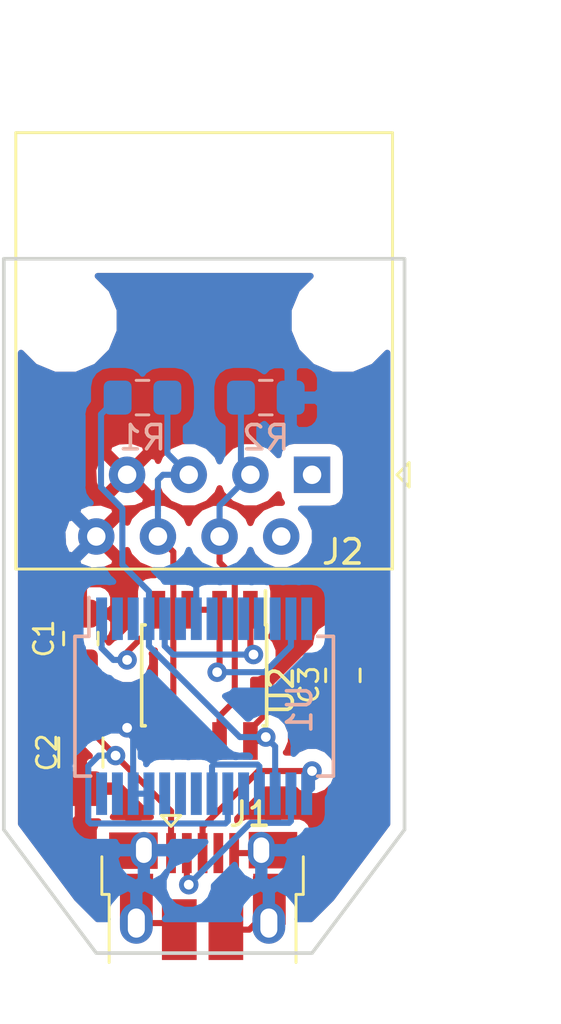
<source format=kicad_pcb>
(kicad_pcb (version 20171130) (host pcbnew 5.0.1)

  (general
    (thickness 1)
    (drawings 8)
    (tracks 107)
    (zones 0)
    (modules 9)
    (nets 11)
  )

  (page A4)
  (layers
    (0 F.Cu signal)
    (31 B.Cu signal)
    (32 B.Adhes user)
    (33 F.Adhes user)
    (34 B.Paste user)
    (35 F.Paste user)
    (36 B.SilkS user)
    (37 F.SilkS user)
    (38 B.Mask user)
    (39 F.Mask user)
    (40 Dwgs.User user)
    (41 Cmts.User user)
    (42 Eco1.User user)
    (43 Eco2.User user)
    (44 Edge.Cuts user)
    (45 Margin user)
    (46 B.CrtYd user)
    (47 F.CrtYd user)
    (48 B.Fab user)
    (49 F.Fab user)
  )

  (setup
    (last_trace_width 0.25)
    (trace_clearance 0.2)
    (zone_clearance 0.508)
    (zone_45_only no)
    (trace_min 0.2)
    (segment_width 0.2)
    (edge_width 0.15)
    (via_size 0.8)
    (via_drill 0.4)
    (via_min_size 0.4)
    (via_min_drill 0.3)
    (uvia_size 0.3)
    (uvia_drill 0.1)
    (uvias_allowed no)
    (uvia_min_size 0.2)
    (uvia_min_drill 0.1)
    (pcb_text_width 0.3)
    (pcb_text_size 1.5 1.5)
    (mod_edge_width 0.15)
    (mod_text_size 1 1)
    (mod_text_width 0.15)
    (pad_size 1.75 0.45)
    (pad_drill 0)
    (pad_to_mask_clearance 0.2)
    (solder_mask_min_width 0.25)
    (aux_axis_origin 0 0)
    (visible_elements FFFFFF7F)
    (pcbplotparams
      (layerselection 0x010f0_ffffffff)
      (usegerberextensions true)
      (usegerberattributes false)
      (usegerberadvancedattributes false)
      (creategerberjobfile false)
      (excludeedgelayer true)
      (linewidth 0.100000)
      (plotframeref false)
      (viasonmask false)
      (mode 1)
      (useauxorigin false)
      (hpglpennumber 1)
      (hpglpenspeed 20)
      (hpglpendiameter 15.000000)
      (psnegative false)
      (psa4output false)
      (plotreference true)
      (plotvalue false)
      (plotinvisibletext false)
      (padsonsilk false)
      (subtractmaskfromsilk true)
      (outputformat 1)
      (mirror false)
      (drillshape 0)
      (scaleselection 1)
      (outputdirectory ""))
  )

  (net 0 "")
  (net 1 GND)
  (net 2 /3v3)
  (net 3 /VBUS)
  (net 4 /TXD)
  (net 5 /RXD)
  (net 6 /USBDM)
  (net 7 /USBDP)
  (net 8 /B)
  (net 9 /A)
  (net 10 /DE)

  (net_class Default "これはデフォルトのネット クラスです。"
    (clearance 0.2)
    (trace_width 0.25)
    (via_dia 0.8)
    (via_drill 0.4)
    (uvia_dia 0.3)
    (uvia_drill 0.1)
    (add_net /3v3)
    (add_net /A)
    (add_net /B)
    (add_net /DE)
    (add_net /RXD)
    (add_net /TXD)
    (add_net /USBDM)
    (add_net /USBDP)
    (add_net /VBUS)
    (add_net GND)
  )

  (module Capacitor_SMD:C_0805_2012Metric_Pad1.15x1.40mm_HandSolder (layer F.Cu) (tedit 5BA6338D) (tstamp 5BA72743)
    (at 145.415 97.545 90)
    (descr "Capacitor SMD 0805 (2012 Metric), square (rectangular) end terminal, IPC_7351 nominal with elongated pad for handsoldering. (Body size source: https://docs.google.com/spreadsheets/d/1BsfQQcO9C6DZCsRaXUlFlo91Tg2WpOkGARC1WS5S8t0/edit?usp=sharing), generated with kicad-footprint-generator")
    (tags "capacitor handsolder")
    (path /5BA5A511)
    (attr smd)
    (fp_text reference C1 (at 0 -1.524 90) (layer F.SilkS)
      (effects (font (size 0.8 0.8) (thickness 0.12)))
    )
    (fp_text value 0.1uF (at 0 1.65 90) (layer F.Fab)
      (effects (font (size 1 1) (thickness 0.15)))
    )
    (fp_line (start -1 0.6) (end -1 -0.6) (layer F.Fab) (width 0.1))
    (fp_line (start -1 -0.6) (end 1 -0.6) (layer F.Fab) (width 0.1))
    (fp_line (start 1 -0.6) (end 1 0.6) (layer F.Fab) (width 0.1))
    (fp_line (start 1 0.6) (end -1 0.6) (layer F.Fab) (width 0.1))
    (fp_line (start -0.261252 -0.71) (end 0.261252 -0.71) (layer F.SilkS) (width 0.12))
    (fp_line (start -0.261252 0.71) (end 0.261252 0.71) (layer F.SilkS) (width 0.12))
    (fp_line (start -1.85 0.95) (end -1.85 -0.95) (layer F.CrtYd) (width 0.05))
    (fp_line (start -1.85 -0.95) (end 1.85 -0.95) (layer F.CrtYd) (width 0.05))
    (fp_line (start 1.85 -0.95) (end 1.85 0.95) (layer F.CrtYd) (width 0.05))
    (fp_line (start 1.85 0.95) (end -1.85 0.95) (layer F.CrtYd) (width 0.05))
    (fp_text user %R (at 0 0 90) (layer F.Fab)
      (effects (font (size 0.5 0.5) (thickness 0.08)))
    )
    (pad 1 smd roundrect (at -1.025 0 90) (size 1.15 1.4) (layers F.Cu F.Paste F.Mask) (roundrect_rratio 0.217391)
      (net 3 /VBUS))
    (pad 2 smd roundrect (at 1.025 0 90) (size 1.15 1.4) (layers F.Cu F.Paste F.Mask) (roundrect_rratio 0.217391)
      (net 1 GND))
    (model ${KISYS3DMOD}/Capacitor_SMD.3dshapes/C_0805_2012Metric.wrl
      (at (xyz 0 0 0))
      (scale (xyz 1 1 1))
      (rotate (xyz 0 0 0))
    )
  )

  (module Capacitor_SMD:C_1206_3216Metric_Pad1.42x1.75mm_HandSolder (layer F.Cu) (tedit 5BA63367) (tstamp 5BA72754)
    (at 145.415 102.235 270)
    (descr "Capacitor SMD 1206 (3216 Metric), square (rectangular) end terminal, IPC_7351 nominal with elongated pad for handsoldering. (Body size source: http://www.tortai-tech.com/upload/download/2011102023233369053.pdf), generated with kicad-footprint-generator")
    (tags "capacitor handsolder")
    (path /5BA5A5A4)
    (attr smd)
    (fp_text reference C2 (at 0 1.397 270) (layer F.SilkS)
      (effects (font (size 0.8 0.8) (thickness 0.12)))
    )
    (fp_text value 10uF (at 0 1.82 270) (layer F.Fab)
      (effects (font (size 1 1) (thickness 0.15)))
    )
    (fp_line (start -1.6 0.8) (end -1.6 -0.8) (layer F.Fab) (width 0.1))
    (fp_line (start -1.6 -0.8) (end 1.6 -0.8) (layer F.Fab) (width 0.1))
    (fp_line (start 1.6 -0.8) (end 1.6 0.8) (layer F.Fab) (width 0.1))
    (fp_line (start 1.6 0.8) (end -1.6 0.8) (layer F.Fab) (width 0.1))
    (fp_line (start -0.602064 -0.91) (end 0.602064 -0.91) (layer F.SilkS) (width 0.12))
    (fp_line (start -0.602064 0.91) (end 0.602064 0.91) (layer F.SilkS) (width 0.12))
    (fp_line (start -2.45 1.12) (end -2.45 -1.12) (layer F.CrtYd) (width 0.05))
    (fp_line (start -2.45 -1.12) (end 2.45 -1.12) (layer F.CrtYd) (width 0.05))
    (fp_line (start 2.45 -1.12) (end 2.45 1.12) (layer F.CrtYd) (width 0.05))
    (fp_line (start 2.45 1.12) (end -2.45 1.12) (layer F.CrtYd) (width 0.05))
    (fp_text user %R (at 0 0 270) (layer F.Fab)
      (effects (font (size 0.8 0.8) (thickness 0.12)))
    )
    (pad 1 smd roundrect (at -1.4875 0 270) (size 1.425 1.75) (layers F.Cu F.Paste F.Mask) (roundrect_rratio 0.175439)
      (net 3 /VBUS))
    (pad 2 smd roundrect (at 1.4875 0 270) (size 1.425 1.75) (layers F.Cu F.Paste F.Mask) (roundrect_rratio 0.175439)
      (net 1 GND))
    (model ${KISYS3DMOD}/Capacitor_SMD.3dshapes/C_1206_3216Metric.wrl
      (at (xyz 0 0 0))
      (scale (xyz 1 1 1))
      (rotate (xyz 0 0 0))
    )
  )

  (module Package_SO:SSOP-28_5.3x10.2mm_P0.65mm (layer B.Cu) (tedit 5BA63278) (tstamp 5BA727E9)
    (at 150.495 100.33 270)
    (descr "28-Lead Plastic Shrink Small Outline (SS)-5.30 mm Body [SSOP] (see Microchip Packaging Specification 00000049BS.pdf)")
    (tags "SSOP 0.65")
    (path /5BA5EC2D)
    (attr smd)
    (fp_text reference U1 (at 0.127 -3.937 270) (layer B.SilkS)
      (effects (font (size 1 1) (thickness 0.15)) (justify mirror))
    )
    (fp_text value FT232RL (at 0 -6.25 270) (layer B.Fab)
      (effects (font (size 1 1) (thickness 0.15)) (justify mirror))
    )
    (fp_line (start -1.65 5.1) (end 2.65 5.1) (layer B.Fab) (width 0.15))
    (fp_line (start 2.65 5.1) (end 2.65 -5.1) (layer B.Fab) (width 0.15))
    (fp_line (start 2.65 -5.1) (end -2.65 -5.1) (layer B.Fab) (width 0.15))
    (fp_line (start -2.65 -5.1) (end -2.65 4.1) (layer B.Fab) (width 0.15))
    (fp_line (start -2.65 4.1) (end -1.65 5.1) (layer B.Fab) (width 0.15))
    (fp_line (start -4.75 5.5) (end -4.75 -5.5) (layer B.CrtYd) (width 0.05))
    (fp_line (start 4.75 5.5) (end 4.75 -5.5) (layer B.CrtYd) (width 0.05))
    (fp_line (start -4.75 5.5) (end 4.75 5.5) (layer B.CrtYd) (width 0.05))
    (fp_line (start -4.75 -5.5) (end 4.75 -5.5) (layer B.CrtYd) (width 0.05))
    (fp_line (start -2.875 5.325) (end -2.875 4.75) (layer B.SilkS) (width 0.15))
    (fp_line (start 2.875 5.325) (end 2.875 4.675) (layer B.SilkS) (width 0.15))
    (fp_line (start 2.875 -5.325) (end 2.875 -4.675) (layer B.SilkS) (width 0.15))
    (fp_line (start -2.875 -5.325) (end -2.875 -4.675) (layer B.SilkS) (width 0.15))
    (fp_line (start -2.875 5.325) (end 2.875 5.325) (layer B.SilkS) (width 0.15))
    (fp_line (start -2.875 -5.325) (end 2.875 -5.325) (layer B.SilkS) (width 0.15))
    (fp_line (start -2.875 4.75) (end -4.475 4.75) (layer B.SilkS) (width 0.15))
    (fp_text user %R (at 0 0 270) (layer B.Fab)
      (effects (font (size 0.8 0.8) (thickness 0.15)) (justify mirror))
    )
    (pad 1 smd rect (at -3.6 4.225 270) (size 1.75 0.45) (layers B.Cu B.Paste B.Mask)
      (net 4 /TXD))
    (pad 2 smd rect (at -3.6 3.575 270) (size 1.75 0.45) (layers B.Cu B.Paste B.Mask))
    (pad 3 smd rect (at -3.6 2.925 270) (size 1.75 0.45) (layers B.Cu B.Paste B.Mask))
    (pad 4 smd rect (at -3.6 2.275 270) (size 1.75 0.45) (layers B.Cu B.Paste B.Mask)
      (net 2 /3v3))
    (pad 5 smd rect (at -3.6 1.625 270) (size 1.75 0.45) (layers B.Cu B.Paste B.Mask)
      (net 5 /RXD))
    (pad 6 smd rect (at -3.6 0.975 270) (size 1.75 0.45) (layers B.Cu B.Paste B.Mask))
    (pad 7 smd rect (at -3.6 0.325 270) (size 1.75 0.45) (layers B.Cu B.Paste B.Mask)
      (net 1 GND))
    (pad 8 smd rect (at -3.6 -0.325 270) (size 1.75 0.45) (layers B.Cu B.Paste B.Mask))
    (pad 9 smd rect (at -3.6 -0.975 270) (size 1.75 0.45) (layers B.Cu B.Paste B.Mask))
    (pad 10 smd rect (at -3.6 -1.625 270) (size 1.75 0.45) (layers B.Cu B.Paste B.Mask))
    (pad 11 smd rect (at -3.6 -2.275 270) (size 1.75 0.45) (layers B.Cu B.Paste B.Mask))
    (pad 12 smd rect (at -3.6 -2.925 270) (size 1.75 0.45) (layers B.Cu B.Paste B.Mask))
    (pad 13 smd rect (at -3.6 -3.575 270) (size 1.75 0.45) (layers B.Cu B.Paste B.Mask)
      (net 10 /DE))
    (pad 14 smd rect (at -3.6 -4.225 270) (size 1.75 0.45) (layers B.Cu B.Paste B.Mask))
    (pad 15 smd rect (at 3.6 -4.225 270) (size 1.75 0.45) (layers B.Cu B.Paste B.Mask)
      (net 7 /USBDP))
    (pad 16 smd rect (at 3.6 -3.575 270) (size 1.75 0.45) (layers B.Cu B.Paste B.Mask)
      (net 6 /USBDM))
    (pad 17 smd rect (at 3.6 -2.925 270) (size 1.75 0.45) (layers B.Cu B.Paste B.Mask)
      (net 2 /3v3))
    (pad 18 smd rect (at 3.6 -2.275 270) (size 1.75 0.45) (layers B.Cu B.Paste B.Mask)
      (net 1 GND))
    (pad 19 smd rect (at 3.6 -1.625 270) (size 1.75 0.45) (layers B.Cu B.Paste B.Mask))
    (pad 20 smd rect (at 3.6 -0.975 270) (size 1.75 0.45) (layers B.Cu B.Paste B.Mask)
      (net 3 /VBUS))
    (pad 21 smd rect (at 3.6 -0.325 270) (size 1.75 0.45) (layers B.Cu B.Paste B.Mask)
      (net 1 GND))
    (pad 22 smd rect (at 3.6 0.325 270) (size 1.75 0.45) (layers B.Cu B.Paste B.Mask))
    (pad 23 smd rect (at 3.6 0.975 270) (size 1.75 0.45) (layers B.Cu B.Paste B.Mask))
    (pad 24 smd rect (at 3.6 1.625 270) (size 1.75 0.45) (layers B.Cu B.Paste B.Mask))
    (pad 25 smd rect (at 3.6 2.275 270) (size 1.75 0.45) (layers B.Cu B.Paste B.Mask)
      (net 1 GND))
    (pad 26 smd rect (at 3.6 2.925 270) (size 1.75 0.45) (layers B.Cu B.Paste B.Mask)
      (net 1 GND) (zone_connect 2))
    (pad 27 smd rect (at 3.6 3.575 270) (size 1.75 0.45) (layers B.Cu B.Paste B.Mask))
    (pad 28 smd rect (at 3.6 4.225 270) (size 1.75 0.45) (layers B.Cu B.Paste B.Mask))
    (model ${KISYS3DMOD}/Package_SO.3dshapes/SSOP-28_5.3x10.2mm_P0.65mm.wrl
      (at (xyz 0 0 0))
      (scale (xyz 1 1 1))
      (rotate (xyz 0 0 0))
    )
  )

  (module Capacitor_SMD:C_0805_2012Metric_Pad1.15x1.40mm_HandSolder (layer F.Cu) (tedit 5BA6337B) (tstamp 5BA7368B)
    (at 156.21 99.06 270)
    (descr "Capacitor SMD 0805 (2012 Metric), square (rectangular) end terminal, IPC_7351 nominal with elongated pad for handsoldering. (Body size source: https://docs.google.com/spreadsheets/d/1BsfQQcO9C6DZCsRaXUlFlo91Tg2WpOkGARC1WS5S8t0/edit?usp=sharing), generated with kicad-footprint-generator")
    (tags "capacitor handsolder")
    (path /5BA5F7DD)
    (attr smd)
    (fp_text reference C3 (at 0.39 1.397 270) (layer F.SilkS)
      (effects (font (size 0.8 0.8) (thickness 0.12)))
    )
    (fp_text value 0.1uF (at 0 1.65 270) (layer F.Fab)
      (effects (font (size 1 1) (thickness 0.15)))
    )
    (fp_line (start -1 0.6) (end -1 -0.6) (layer F.Fab) (width 0.1))
    (fp_line (start -1 -0.6) (end 1 -0.6) (layer F.Fab) (width 0.1))
    (fp_line (start 1 -0.6) (end 1 0.6) (layer F.Fab) (width 0.1))
    (fp_line (start 1 0.6) (end -1 0.6) (layer F.Fab) (width 0.1))
    (fp_line (start -0.261252 -0.71) (end 0.261252 -0.71) (layer F.SilkS) (width 0.12))
    (fp_line (start -0.261252 0.71) (end 0.261252 0.71) (layer F.SilkS) (width 0.12))
    (fp_line (start -1.85 0.95) (end -1.85 -0.95) (layer F.CrtYd) (width 0.05))
    (fp_line (start -1.85 -0.95) (end 1.85 -0.95) (layer F.CrtYd) (width 0.05))
    (fp_line (start 1.85 -0.95) (end 1.85 0.95) (layer F.CrtYd) (width 0.05))
    (fp_line (start 1.85 0.95) (end -1.85 0.95) (layer F.CrtYd) (width 0.05))
    (fp_text user %R (at 0 0 270) (layer F.Fab)
      (effects (font (size 0.5 0.5) (thickness 0.08)))
    )
    (pad 1 smd roundrect (at -1.025 0 270) (size 1.15 1.4) (layers F.Cu F.Paste F.Mask) (roundrect_rratio 0.217391)
      (net 2 /3v3))
    (pad 2 smd roundrect (at 1.025 0 270) (size 1.15 1.4) (layers F.Cu F.Paste F.Mask) (roundrect_rratio 0.217391)
      (net 1 GND))
    (model ${KISYS3DMOD}/Capacitor_SMD.3dshapes/C_0805_2012Metric.wrl
      (at (xyz 0 0 0))
      (scale (xyz 1 1 1))
      (rotate (xyz 0 0 0))
    )
  )

  (module Connector_RJ:RJ45_Amphenol_54602-x08_Horizontal (layer F.Cu) (tedit 5B103613) (tstamp 5C30C05E)
    (at 154.94 90.805 180)
    (descr "8 Pol Shallow Latch Connector, Modjack, RJ45 (https://cdn.amphenol-icc.com/media/wysiwyg/files/drawing/c-bmj-0102.pdf)")
    (tags RJ45)
    (path /5C2EBD98)
    (fp_text reference J2 (at -1.27 -3.175 180) (layer F.SilkS)
      (effects (font (size 1 1) (thickness 0.15)))
    )
    (fp_text value RJ45 (at 4.445 4 180) (layer F.Fab)
      (effects (font (size 1 1) (thickness 0.15)))
    )
    (fp_text user %R (at 4.445 2 180) (layer F.Fab)
      (effects (font (size 1 1) (thickness 0.15)))
    )
    (fp_line (start -4 0.5) (end -3.5 0) (layer F.SilkS) (width 0.12))
    (fp_line (start -4 -0.5) (end -4 0.5) (layer F.SilkS) (width 0.12))
    (fp_line (start -3.5 0) (end -4 -0.5) (layer F.SilkS) (width 0.12))
    (fp_line (start -3.205 13.97) (end -3.205 -2.77) (layer F.Fab) (width 0.12))
    (fp_line (start 12.095 13.97) (end -3.205 13.97) (layer F.Fab) (width 0.12))
    (fp_line (start 12.095 -3.77) (end 12.095 13.97) (layer F.Fab) (width 0.12))
    (fp_line (start -2.205 -3.77) (end 12.095 -3.77) (layer F.Fab) (width 0.12))
    (fp_line (start -3.205 -2.77) (end -2.205 -3.77) (layer F.Fab) (width 0.12))
    (fp_line (start -3.315 14.08) (end 12.205 14.08) (layer F.SilkS) (width 0.12))
    (fp_line (start 12.205 -3.88) (end 12.205 14.08) (layer F.SilkS) (width 0.12))
    (fp_line (start 12.205 -3.88) (end -3.315 -3.88) (layer F.SilkS) (width 0.12))
    (fp_line (start -3.315 -3.88) (end -3.315 14.08) (layer F.SilkS) (width 0.12))
    (fp_line (start -3.71 -4.27) (end 12.6 -4.27) (layer F.CrtYd) (width 0.05))
    (fp_line (start -3.71 -4.27) (end -3.71 14.47) (layer F.CrtYd) (width 0.05))
    (fp_line (start 12.6 14.47) (end 12.6 -4.27) (layer F.CrtYd) (width 0.05))
    (fp_line (start 12.6 14.47) (end -3.71 14.47) (layer F.CrtYd) (width 0.05))
    (pad "" np_thru_hole circle (at 10.16 6.35 180) (size 3.2 3.2) (drill 3.2) (layers *.Cu *.Mask))
    (pad "" np_thru_hole circle (at -1.27 6.35 180) (size 3.2 3.2) (drill 3.2) (layers *.Cu *.Mask))
    (pad 1 thru_hole rect (at 0 0 180) (size 1.5 1.5) (drill 0.76) (layers *.Cu *.Mask))
    (pad 2 thru_hole circle (at 1.27 -2.54 180) (size 1.5 1.5) (drill 0.76) (layers *.Cu *.Mask))
    (pad 3 thru_hole circle (at 2.54 0 180) (size 1.5 1.5) (drill 0.76) (layers *.Cu *.Mask)
      (net 8 /B))
    (pad 4 thru_hole circle (at 3.81 -2.54 180) (size 1.5 1.5) (drill 0.76) (layers *.Cu *.Mask)
      (net 8 /B))
    (pad 5 thru_hole circle (at 5.08 0 180) (size 1.5 1.5) (drill 0.76) (layers *.Cu *.Mask)
      (net 9 /A))
    (pad 6 thru_hole circle (at 6.35 -2.54 180) (size 1.5 1.5) (drill 0.76) (layers *.Cu *.Mask)
      (net 9 /A))
    (pad 7 thru_hole circle (at 7.62 0 180) (size 1.5 1.5) (drill 0.76) (layers *.Cu *.Mask)
      (net 1 GND))
    (pad 8 thru_hole circle (at 8.89 -2.54 180) (size 1.5 1.5) (drill 0.76) (layers *.Cu *.Mask)
      (net 1 GND))
    (model ${KISYS3DMOD}/Connector_RJ.3dshapes/RJ45_Amphenol_54602-x08_Horizontal.wrl
      (at (xyz 0 0 0))
      (scale (xyz 1 1 1))
      (rotate (xyz 0 0 0))
    )
  )

  (module Resistor_SMD:R_0805_2012Metric_Pad1.15x1.40mm_HandSolder (layer B.Cu) (tedit 5B36C52B) (tstamp 5C30C07C)
    (at 147.955 87.63)
    (descr "Resistor SMD 0805 (2012 Metric), square (rectangular) end terminal, IPC_7351 nominal with elongated pad for handsoldering. (Body size source: https://docs.google.com/spreadsheets/d/1BsfQQcO9C6DZCsRaXUlFlo91Tg2WpOkGARC1WS5S8t0/edit?usp=sharing), generated with kicad-footprint-generator")
    (tags "resistor handsolder")
    (path /5C309C79)
    (attr smd)
    (fp_text reference R1 (at 0 1.65) (layer B.SilkS)
      (effects (font (size 1 1) (thickness 0.15)) (justify mirror))
    )
    (fp_text value 20K (at 0 -1.65) (layer B.Fab)
      (effects (font (size 1 1) (thickness 0.15)) (justify mirror))
    )
    (fp_line (start -1 -0.6) (end -1 0.6) (layer B.Fab) (width 0.1))
    (fp_line (start -1 0.6) (end 1 0.6) (layer B.Fab) (width 0.1))
    (fp_line (start 1 0.6) (end 1 -0.6) (layer B.Fab) (width 0.1))
    (fp_line (start 1 -0.6) (end -1 -0.6) (layer B.Fab) (width 0.1))
    (fp_line (start -0.261252 0.71) (end 0.261252 0.71) (layer B.SilkS) (width 0.12))
    (fp_line (start -0.261252 -0.71) (end 0.261252 -0.71) (layer B.SilkS) (width 0.12))
    (fp_line (start -1.85 -0.95) (end -1.85 0.95) (layer B.CrtYd) (width 0.05))
    (fp_line (start -1.85 0.95) (end 1.85 0.95) (layer B.CrtYd) (width 0.05))
    (fp_line (start 1.85 0.95) (end 1.85 -0.95) (layer B.CrtYd) (width 0.05))
    (fp_line (start 1.85 -0.95) (end -1.85 -0.95) (layer B.CrtYd) (width 0.05))
    (fp_text user %R (at 0 0) (layer B.Fab)
      (effects (font (size 0.5 0.5) (thickness 0.08)) (justify mirror))
    )
    (pad 1 smd roundrect (at -1.025 0) (size 1.15 1.4) (layers B.Cu B.Paste B.Mask) (roundrect_rratio 0.217391)
      (net 2 /3v3))
    (pad 2 smd roundrect (at 1.025 0) (size 1.15 1.4) (layers B.Cu B.Paste B.Mask) (roundrect_rratio 0.217391)
      (net 9 /A))
    (model ${KISYS3DMOD}/Resistor_SMD.3dshapes/R_0805_2012Metric.wrl
      (at (xyz 0 0 0))
      (scale (xyz 1 1 1))
      (rotate (xyz 0 0 0))
    )
  )

  (module Resistor_SMD:R_0805_2012Metric_Pad1.15x1.40mm_HandSolder (layer B.Cu) (tedit 5B36C52B) (tstamp 5C30C08C)
    (at 153.035 87.63)
    (descr "Resistor SMD 0805 (2012 Metric), square (rectangular) end terminal, IPC_7351 nominal with elongated pad for handsoldering. (Body size source: https://docs.google.com/spreadsheets/d/1BsfQQcO9C6DZCsRaXUlFlo91Tg2WpOkGARC1WS5S8t0/edit?usp=sharing), generated with kicad-footprint-generator")
    (tags "resistor handsolder")
    (path /5C30BD19)
    (attr smd)
    (fp_text reference R2 (at 0 1.65) (layer B.SilkS)
      (effects (font (size 1 1) (thickness 0.15)) (justify mirror))
    )
    (fp_text value 20K (at 0 -1.65) (layer B.Fab)
      (effects (font (size 1 1) (thickness 0.15)) (justify mirror))
    )
    (fp_text user %R (at 0 0) (layer B.Fab)
      (effects (font (size 0.5 0.5) (thickness 0.08)) (justify mirror))
    )
    (fp_line (start 1.85 -0.95) (end -1.85 -0.95) (layer B.CrtYd) (width 0.05))
    (fp_line (start 1.85 0.95) (end 1.85 -0.95) (layer B.CrtYd) (width 0.05))
    (fp_line (start -1.85 0.95) (end 1.85 0.95) (layer B.CrtYd) (width 0.05))
    (fp_line (start -1.85 -0.95) (end -1.85 0.95) (layer B.CrtYd) (width 0.05))
    (fp_line (start -0.261252 -0.71) (end 0.261252 -0.71) (layer B.SilkS) (width 0.12))
    (fp_line (start -0.261252 0.71) (end 0.261252 0.71) (layer B.SilkS) (width 0.12))
    (fp_line (start 1 -0.6) (end -1 -0.6) (layer B.Fab) (width 0.1))
    (fp_line (start 1 0.6) (end 1 -0.6) (layer B.Fab) (width 0.1))
    (fp_line (start -1 0.6) (end 1 0.6) (layer B.Fab) (width 0.1))
    (fp_line (start -1 -0.6) (end -1 0.6) (layer B.Fab) (width 0.1))
    (pad 2 smd roundrect (at 1.025 0) (size 1.15 1.4) (layers B.Cu B.Paste B.Mask) (roundrect_rratio 0.217391)
      (net 1 GND))
    (pad 1 smd roundrect (at -1.025 0) (size 1.15 1.4) (layers B.Cu B.Paste B.Mask) (roundrect_rratio 0.217391)
      (net 8 /B))
    (model ${KISYS3DMOD}/Resistor_SMD.3dshapes/R_0805_2012Metric.wrl
      (at (xyz 0 0 0))
      (scale (xyz 1 1 1))
      (rotate (xyz 0 0 0))
    )
  )

  (module Package_SO:SOIC-8_3.9x4.9mm_P1.27mm (layer F.Cu) (tedit 5A02F2D3) (tstamp 5C30C10D)
    (at 150.495 99.06 270)
    (descr "8-Lead Plastic Small Outline (SN) - Narrow, 3.90 mm Body [SOIC] (see Microchip Packaging Specification 00000049BS.pdf)")
    (tags "SOIC 1.27")
    (path /5C300CA3)
    (attr smd)
    (fp_text reference U2 (at 0.635 -3.175 270) (layer F.SilkS)
      (effects (font (size 1 1) (thickness 0.15)))
    )
    (fp_text value MAX3485 (at 0 3.5 270) (layer F.Fab)
      (effects (font (size 1 1) (thickness 0.15)))
    )
    (fp_text user %R (at 0 0 270) (layer F.Fab)
      (effects (font (size 1 1) (thickness 0.15)))
    )
    (fp_line (start -0.95 -2.45) (end 1.95 -2.45) (layer F.Fab) (width 0.1))
    (fp_line (start 1.95 -2.45) (end 1.95 2.45) (layer F.Fab) (width 0.1))
    (fp_line (start 1.95 2.45) (end -1.95 2.45) (layer F.Fab) (width 0.1))
    (fp_line (start -1.95 2.45) (end -1.95 -1.45) (layer F.Fab) (width 0.1))
    (fp_line (start -1.95 -1.45) (end -0.95 -2.45) (layer F.Fab) (width 0.1))
    (fp_line (start -3.73 -2.7) (end -3.73 2.7) (layer F.CrtYd) (width 0.05))
    (fp_line (start 3.73 -2.7) (end 3.73 2.7) (layer F.CrtYd) (width 0.05))
    (fp_line (start -3.73 -2.7) (end 3.73 -2.7) (layer F.CrtYd) (width 0.05))
    (fp_line (start -3.73 2.7) (end 3.73 2.7) (layer F.CrtYd) (width 0.05))
    (fp_line (start -2.075 -2.575) (end -2.075 -2.525) (layer F.SilkS) (width 0.15))
    (fp_line (start 2.075 -2.575) (end 2.075 -2.43) (layer F.SilkS) (width 0.15))
    (fp_line (start 2.075 2.575) (end 2.075 2.43) (layer F.SilkS) (width 0.15))
    (fp_line (start -2.075 2.575) (end -2.075 2.43) (layer F.SilkS) (width 0.15))
    (fp_line (start -2.075 -2.575) (end 2.075 -2.575) (layer F.SilkS) (width 0.15))
    (fp_line (start -2.075 2.575) (end 2.075 2.575) (layer F.SilkS) (width 0.15))
    (fp_line (start -2.075 -2.525) (end -3.475 -2.525) (layer F.SilkS) (width 0.15))
    (pad 1 smd rect (at -2.7 -1.905 270) (size 1.55 0.6) (layers F.Cu F.Paste F.Mask)
      (net 5 /RXD))
    (pad 2 smd rect (at -2.7 -0.635 270) (size 1.55 0.6) (layers F.Cu F.Paste F.Mask)
      (net 10 /DE))
    (pad 3 smd rect (at -2.7 0.635 270) (size 1.55 0.6) (layers F.Cu F.Paste F.Mask)
      (net 10 /DE))
    (pad 4 smd rect (at -2.7 1.905 270) (size 1.55 0.6) (layers F.Cu F.Paste F.Mask)
      (net 4 /TXD))
    (pad 5 smd rect (at 2.7 1.905 270) (size 1.55 0.6) (layers F.Cu F.Paste F.Mask)
      (net 1 GND))
    (pad 6 smd rect (at 2.7 0.635 270) (size 1.55 0.6) (layers F.Cu F.Paste F.Mask)
      (net 9 /A))
    (pad 7 smd rect (at 2.7 -0.635 270) (size 1.55 0.6) (layers F.Cu F.Paste F.Mask)
      (net 8 /B))
    (pad 8 smd rect (at 2.7 -1.905 270) (size 1.55 0.6) (layers F.Cu F.Paste F.Mask)
      (net 2 /3v3))
    (model ${KISYS3DMOD}/Package_SO.3dshapes/SOIC-8_3.9x4.9mm_P1.27mm.wrl
      (at (xyz 0 0 0))
      (scale (xyz 1 1 1))
      (rotate (xyz 0 0 0))
    )
  )

  (module Connector_USB:USB_Micro-B_Amphenol_10103594-0001LF_Horizontal (layer F.Cu) (tedit 5A1DC0BD) (tstamp 5C30C5ED)
    (at 150.455 108.14)
    (descr "Micro USB Type B 10103594-0001LF, http://cdn.amphenol-icc.com/media/wysiwyg/files/drawing/10103594.pdf")
    (tags "USB USB_B USB_micro USB_OTG")
    (path /5BA66B76)
    (attr smd)
    (fp_text reference J1 (at 1.925 -3.365) (layer F.SilkS)
      (effects (font (size 1 1) (thickness 0.15)))
    )
    (fp_text value USB_B_Micro (at -0.025 4.435) (layer F.Fab)
      (effects (font (size 1 1) (thickness 0.15)))
    )
    (fp_text user "PCB edge" (at -0.025 2.235) (layer Dwgs.User)
      (effects (font (size 0.5 0.5) (thickness 0.075)))
    )
    (fp_text user %R (at -0.025 -0.015) (layer F.Fab)
      (effects (font (size 1 1) (thickness 0.15)))
    )
    (fp_line (start -4.175 -0.065) (end -4.175 -1.615) (layer F.SilkS) (width 0.12))
    (fp_line (start -4.175 -0.065) (end -3.875 -0.065) (layer F.SilkS) (width 0.12))
    (fp_line (start -3.875 2.735) (end -3.875 -0.065) (layer F.SilkS) (width 0.12))
    (fp_line (start 4.125 -0.065) (end 4.125 -1.615) (layer F.SilkS) (width 0.12))
    (fp_line (start 3.825 -0.065) (end 4.125 -0.065) (layer F.SilkS) (width 0.12))
    (fp_line (start 3.825 2.735) (end 3.825 -0.065) (layer F.SilkS) (width 0.12))
    (fp_line (start -0.925 -3.315) (end -1.325 -2.865) (layer F.SilkS) (width 0.12))
    (fp_line (start -1.725 -3.315) (end -0.925 -3.315) (layer F.SilkS) (width 0.12))
    (fp_line (start -1.325 -2.865) (end -1.725 -3.315) (layer F.SilkS) (width 0.12))
    (fp_line (start -3.775 -0.865) (end -2.975 -1.615) (layer F.Fab) (width 0.12))
    (fp_line (start 3.725 3.335) (end -3.775 3.335) (layer F.Fab) (width 0.12))
    (fp_line (start 3.725 -1.615) (end 3.725 3.335) (layer F.Fab) (width 0.12))
    (fp_line (start -2.975 -1.615) (end 3.725 -1.615) (layer F.Fab) (width 0.12))
    (fp_line (start -3.775 3.335) (end -3.775 -0.865) (layer F.Fab) (width 0.12))
    (fp_line (start -4.025 2.835) (end 3.975 2.835) (layer Dwgs.User) (width 0.1))
    (fp_line (start -4.13 -2.88) (end 4.14 -2.88) (layer F.CrtYd) (width 0.05))
    (fp_line (start -4.13 -2.88) (end -4.13 3.58) (layer F.CrtYd) (width 0.05))
    (fp_line (start 4.14 3.58) (end 4.14 -2.88) (layer F.CrtYd) (width 0.05))
    (fp_line (start 4.14 3.58) (end -4.13 3.58) (layer F.CrtYd) (width 0.05))
    (pad 6 smd rect (at 2.725 0.185) (size 1.35 2) (layers F.Cu F.Paste F.Mask)
      (net 1 GND))
    (pad 6 smd rect (at -2.755 0.185) (size 1.35 2) (layers F.Cu F.Paste F.Mask)
      (net 1 GND))
    (pad 6 smd rect (at -2.975 -0.565) (size 1.825 0.7) (layers F.Cu F.Paste F.Mask)
      (net 1 GND))
    (pad 6 smd rect (at 2.975 -0.565) (size 1.825 0.7) (layers F.Cu F.Paste F.Mask)
      (net 1 GND))
    (pad 6 smd rect (at -2.875 -1.865) (size 2 1.5) (layers F.Cu F.Paste F.Mask)
      (net 1 GND))
    (pad 6 smd rect (at 2.875 -1.885) (size 2 1.5) (layers F.Cu F.Paste F.Mask)
      (net 1 GND))
    (pad 1 smd rect (at -1.325 -1.765 90) (size 1.65 0.4) (layers F.Cu F.Paste F.Mask)
      (net 3 /VBUS))
    (pad 2 smd rect (at -0.675 -1.765 90) (size 1.65 0.4) (layers F.Cu F.Paste F.Mask)
      (net 6 /USBDM))
    (pad 3 smd rect (at -0.025 -1.765 90) (size 1.65 0.4) (layers F.Cu F.Paste F.Mask)
      (net 7 /USBDP))
    (pad 4 smd rect (at 0.625 -1.765 90) (size 1.65 0.4) (layers F.Cu F.Paste F.Mask))
    (pad 5 smd rect (at 1.275 -1.765 90) (size 1.65 0.4) (layers F.Cu F.Paste F.Mask)
      (net 1 GND))
    (pad 6 thru_hole oval (at -2.445 -1.885 90) (size 1.5 1.1) (drill oval 1.05 0.65) (layers *.Cu *.Mask)
      (net 1 GND))
    (pad 6 thru_hole oval (at 2.395 -1.885 90) (size 1.5 1.1) (drill oval 1.05 0.65) (layers *.Cu *.Mask)
      (net 1 GND))
    (pad 6 thru_hole oval (at -2.755 1.115 90) (size 1.7 1.35) (drill oval 1.2 0.7) (layers *.Cu *.Mask)
      (net 1 GND))
    (pad 6 thru_hole oval (at 2.705 1.115 90) (size 1.7 1.35) (drill oval 1.2 0.7) (layers *.Cu *.Mask)
      (net 1 GND))
    (pad 6 smd rect (at -0.985 1.385 90) (size 2.5 1.43) (layers F.Cu F.Paste F.Mask)
      (net 1 GND))
    (pad 6 smd rect (at 0.935 1.385 90) (size 2.5 1.43) (layers F.Cu F.Paste F.Mask)
      (net 1 GND))
    (model ${KISYS3DMOD}/Connector_USB.3dshapes/USB_Micro-B_Amphenol_10103594-0001LF_Horizontal.wrl
      (at (xyz 0 0 0))
      (scale (xyz 1 1 1))
      (rotate (xyz 0 0 0))
    )
  )

  (gr_line (start 142.24 105.41) (end 146.05 110.49) (layer Edge.Cuts) (width 0.15))
  (gr_line (start 158.75 105.41) (end 154.94 110.49) (layer Edge.Cuts) (width 0.15))
  (dimension 28.575 (width 0.3) (layer Cmts.User)
    (gr_text "28.575 mm" (at 163.263 96.2025 270) (layer Cmts.User) (tstamp 5C313FCF)
      (effects (font (size 1.5 1.5) (thickness 0.3)))
    )
    (feature1 (pts (xy 160.02 110.49) (xy 161.749421 110.49)))
    (feature2 (pts (xy 160.02 81.915) (xy 161.749421 81.915)))
    (crossbar (pts (xy 161.163 81.915) (xy 161.163 110.49)))
    (arrow1a (pts (xy 161.163 110.49) (xy 160.576579 109.363496)))
    (arrow1b (pts (xy 161.163 110.49) (xy 161.749421 109.363496)))
    (arrow2a (pts (xy 161.163 81.915) (xy 160.576579 83.041504)))
    (arrow2b (pts (xy 161.163 81.915) (xy 161.749421 83.041504)))
  )
  (dimension 16.51 (width 0.3) (layer Cmts.User)
    (gr_text "16.510 mm" (at 150.488218 72.369829) (layer Cmts.User)
      (effects (font (size 1.5 1.5) (thickness 0.3)))
    )
    (feature1 (pts (xy 158.743218 75.739829) (xy 158.743218 73.883408)))
    (feature2 (pts (xy 142.233218 75.739829) (xy 142.233218 73.883408)))
    (crossbar (pts (xy 142.233218 74.469829) (xy 158.743218 74.469829)))
    (arrow1a (pts (xy 158.743218 74.469829) (xy 157.616714 75.05625)))
    (arrow1b (pts (xy 158.743218 74.469829) (xy 157.616714 73.883408)))
    (arrow2a (pts (xy 142.233218 74.469829) (xy 143.359722 75.05625)))
    (arrow2b (pts (xy 142.233218 74.469829) (xy 143.359722 73.883408)))
  )
  (gr_line (start 142.24 105.41) (end 142.24 81.915) (layer Edge.Cuts) (width 0.15))
  (gr_line (start 154.94 110.49) (end 146.05 110.49) (layer Edge.Cuts) (width 0.15))
  (gr_line (start 158.75 81.915) (end 158.75 105.41) (layer Edge.Cuts) (width 0.15))
  (gr_line (start 142.24 81.915) (end 158.75 81.915) (layer Edge.Cuts) (width 0.15))

  (segment (start 150.17 94.925) (end 149.987 94.742) (width 0.25) (layer B.Cu) (net 1))
  (segment (start 150.17 96.73) (end 150.17 94.925) (width 0.25) (layer B.Cu) (net 1))
  (via (at 147.32 101.219) (size 0.8) (drill 0.4) (layers F.Cu B.Cu) (net 1))
  (segment (start 148.22 103.93) (end 147.57 103.93) (width 0.25) (layer B.Cu) (net 1))
  (segment (start 147.57 101.469) (end 147.32 101.219) (width 0.25) (layer B.Cu) (net 1))
  (segment (start 147.57 103.93) (end 147.57 101.469) (width 0.25) (layer B.Cu) (net 1))
  (segment (start 150.82 102.805) (end 150.82 103.93) (width 0.25) (layer B.Cu) (net 1))
  (segment (start 150.895001 102.729999) (end 150.82 102.805) (width 0.25) (layer B.Cu) (net 1))
  (segment (start 152.694999 102.729999) (end 150.895001 102.729999) (width 0.25) (layer B.Cu) (net 1))
  (segment (start 152.77 102.805) (end 152.694999 102.729999) (width 0.25) (layer B.Cu) (net 1))
  (segment (start 152.77 103.93) (end 152.77 102.805) (width 0.25) (layer B.Cu) (net 1))
  (segment (start 148.049 101.219) (end 148.59 101.76) (width 0.25) (layer F.Cu) (net 1))
  (segment (start 147.32 101.219) (end 148.049 101.219) (width 0.25) (layer F.Cu) (net 1))
  (segment (start 149.2 109.255) (end 149.47 109.525) (width 0.25) (layer F.Cu) (net 1))
  (segment (start 147.7 109.255) (end 149.2 109.255) (width 0.25) (layer F.Cu) (net 1))
  (segment (start 152.355 109.525) (end 153.18 108.7) (width 0.25) (layer F.Cu) (net 1))
  (segment (start 153.18 108.7) (end 153.18 108.325) (width 0.25) (layer F.Cu) (net 1))
  (segment (start 151.39 109.525) (end 152.355 109.525) (width 0.25) (layer F.Cu) (net 1))
  (segment (start 152.73 106.375) (end 152.85 106.255) (width 0.25) (layer F.Cu) (net 1))
  (segment (start 151.73 106.375) (end 152.73 106.375) (width 0.25) (layer F.Cu) (net 1))
  (segment (start 152.4 101.285) (end 155.65 98.035) (width 0.25) (layer F.Cu) (net 2))
  (segment (start 155.65 98.035) (end 156.21 98.035) (width 0.25) (layer F.Cu) (net 2))
  (segment (start 152.4 101.76) (end 152.4 101.285) (width 0.25) (layer F.Cu) (net 2))
  (segment (start 148.22 97.855) (end 151.965 101.6) (width 0.25) (layer B.Cu) (net 2))
  (segment (start 153.42 101.985) (end 153.035 101.6) (width 0.25) (layer B.Cu) (net 2))
  (via (at 153.035 101.6) (size 0.8) (drill 0.4) (layers F.Cu B.Cu) (net 2))
  (segment (start 153.035 101.675) (end 153.035 101.6) (width 0.25) (layer F.Cu) (net 2))
  (segment (start 152.95 101.76) (end 153.035 101.675) (width 0.25) (layer F.Cu) (net 2))
  (segment (start 152.4 101.76) (end 152.95 101.76) (width 0.25) (layer F.Cu) (net 2))
  (segment (start 152.469315 101.6) (end 153.035 101.6) (width 0.25) (layer B.Cu) (net 2))
  (segment (start 148.22 96.73) (end 148.22 97.855) (width 0.25) (layer B.Cu) (net 2))
  (segment (start 153.42 103.93) (end 153.42 101.985) (width 0.25) (layer B.Cu) (net 2))
  (segment (start 151.965 101.6) (end 152.469315 101.6) (width 0.25) (layer B.Cu) (net 2))
  (segment (start 146.306628 88.253372) (end 146.93 87.63) (width 0.25) (layer B.Cu) (net 2))
  (segment (start 146.244999 88.315001) (end 146.306628 88.253372) (width 0.25) (layer B.Cu) (net 2))
  (segment (start 146.244999 91.321001) (end 146.244999 88.315001) (width 0.25) (layer B.Cu) (net 2))
  (segment (start 147.125001 92.201003) (end 146.244999 91.321001) (width 0.25) (layer B.Cu) (net 2))
  (segment (start 147.125001 94.510001) (end 147.125001 92.201003) (width 0.25) (layer B.Cu) (net 2))
  (segment (start 148.22 95.605) (end 147.125001 94.510001) (width 0.25) (layer B.Cu) (net 2))
  (segment (start 148.22 96.73) (end 148.22 95.605) (width 0.25) (layer B.Cu) (net 2))
  (segment (start 145.415 98.57) (end 145.415 100.7475) (width 0.25) (layer F.Cu) (net 3))
  (via (at 146.845 102.362) (size 0.8) (drill 0.4) (layers F.Cu B.Cu) (net 3))
  (segment (start 149.13 106.375) (end 149.13 104.647) (width 0.25) (layer F.Cu) (net 3))
  (segment (start 149.13 104.647) (end 146.845 102.362) (width 0.25) (layer F.Cu) (net 3))
  (segment (start 145.415 100.932) (end 146.845 102.362) (width 0.25) (layer F.Cu) (net 3))
  (segment (start 145.415 100.7475) (end 145.415 100.932) (width 0.25) (layer F.Cu) (net 3))
  (segment (start 145.719999 105.065001) (end 145.810998 105.156) (width 0.25) (layer B.Cu) (net 3))
  (segment (start 145.719999 102.794999) (end 145.719999 105.065001) (width 0.25) (layer B.Cu) (net 3))
  (segment (start 146.845 102.362) (end 146.152998 102.362) (width 0.25) (layer B.Cu) (net 3))
  (segment (start 146.152998 102.362) (end 145.719999 102.794999) (width 0.25) (layer B.Cu) (net 3))
  (segment (start 151.47 105.055) (end 151.47 103.93) (width 0.25) (layer B.Cu) (net 3))
  (segment (start 151.369 105.156) (end 151.47 105.055) (width 0.25) (layer B.Cu) (net 3))
  (segment (start 145.810998 105.156) (end 151.369 105.156) (width 0.25) (layer B.Cu) (net 3))
  (via (at 147.32 98.425) (size 0.8) (drill 0.4) (layers F.Cu B.Cu) (net 4))
  (segment (start 147.32 98.105) (end 147.32 98.425) (width 0.25) (layer F.Cu) (net 4))
  (segment (start 148.59 96.36) (end 148.59 96.835) (width 0.25) (layer F.Cu) (net 4))
  (segment (start 148.59 96.835) (end 147.32 98.105) (width 0.25) (layer F.Cu) (net 4))
  (segment (start 146.27 97.940685) (end 146.27 97.855) (width 0.25) (layer B.Cu) (net 4))
  (segment (start 146.754315 98.425) (end 146.27 97.940685) (width 0.25) (layer B.Cu) (net 4))
  (segment (start 146.27 97.855) (end 146.27 96.73) (width 0.25) (layer B.Cu) (net 4))
  (segment (start 147.32 98.425) (end 146.754315 98.425) (width 0.25) (layer B.Cu) (net 4))
  (via (at 152.527855 98.204757) (size 0.8) (drill 0.4) (layers F.Cu B.Cu) (net 5))
  (segment (start 152.4 96.36) (end 152.4 98.076902) (width 0.25) (layer F.Cu) (net 5))
  (segment (start 152.4 98.076902) (end 152.527855 98.204757) (width 0.25) (layer F.Cu) (net 5))
  (segment (start 148.87 97.855) (end 148.87 96.73) (width 0.25) (layer B.Cu) (net 5))
  (segment (start 149.219757 98.204757) (end 148.87 97.855) (width 0.25) (layer B.Cu) (net 5))
  (segment (start 152.527855 98.204757) (end 149.219757 98.204757) (width 0.25) (layer B.Cu) (net 5))
  (via (at 149.860062 107.674998) (size 0.8) (drill 0.4) (layers F.Cu B.Cu) (net 6))
  (segment (start 154.07 103.93) (end 154.07 105.055) (width 0.25) (layer B.Cu) (net 6))
  (segment (start 152.405059 105.130001) (end 150.260061 107.274999) (width 0.25) (layer B.Cu) (net 6))
  (segment (start 150.260061 107.274999) (end 149.860062 107.674998) (width 0.25) (layer B.Cu) (net 6))
  (segment (start 153.994999 105.130001) (end 152.405059 105.130001) (width 0.25) (layer B.Cu) (net 6))
  (segment (start 154.07 105.055) (end 153.994999 105.130001) (width 0.25) (layer B.Cu) (net 6))
  (segment (start 149.78 107.594936) (end 149.860062 107.674998) (width 0.25) (layer F.Cu) (net 6))
  (segment (start 149.78 106.375) (end 149.78 107.594936) (width 0.25) (layer F.Cu) (net 6))
  (via (at 154.94 102.997) (size 0.8) (drill 0.4) (layers F.Cu B.Cu) (net 7))
  (segment (start 152.733 102.997) (end 154.94 102.997) (width 0.25) (layer F.Cu) (net 7))
  (segment (start 150.43 106.375) (end 150.43 105.3) (width 0.25) (layer F.Cu) (net 7))
  (segment (start 150.43 105.3) (end 152.733 102.997) (width 0.25) (layer F.Cu) (net 7))
  (segment (start 154.94 103.71) (end 154.72 103.93) (width 0.25) (layer B.Cu) (net 7))
  (segment (start 154.94 102.997) (end 154.94 103.71) (width 0.25) (layer B.Cu) (net 7))
  (segment (start 152.01 90.415) (end 152.4 90.805) (width 0.25) (layer B.Cu) (net 8))
  (segment (start 152.01 87.63) (end 152.01 90.415) (width 0.25) (layer B.Cu) (net 8))
  (segment (start 151.13 92.075) (end 151.13 93.345) (width 0.25) (layer B.Cu) (net 8))
  (segment (start 152.4 90.805) (end 151.13 92.075) (width 0.25) (layer B.Cu) (net 8))
  (segment (start 151.13 94.40566) (end 151.13 93.345) (width 0.25) (layer F.Cu) (net 8))
  (segment (start 151.755001 95.030661) (end 151.13 94.40566) (width 0.25) (layer F.Cu) (net 8))
  (segment (start 151.755001 100.109999) (end 151.755001 95.030661) (width 0.25) (layer F.Cu) (net 8))
  (segment (start 151.13 100.735) (end 151.755001 100.109999) (width 0.25) (layer F.Cu) (net 8))
  (segment (start 151.13 101.76) (end 151.13 100.735) (width 0.25) (layer F.Cu) (net 8))
  (segment (start 148.98 89.925) (end 149.86 90.805) (width 0.25) (layer B.Cu) (net 9))
  (segment (start 148.98 87.63) (end 148.98 89.925) (width 0.25) (layer B.Cu) (net 9))
  (segment (start 148.59 92.28434) (end 148.59 93.345) (width 0.25) (layer B.Cu) (net 9))
  (segment (start 148.59 91.01434) (end 148.59 92.28434) (width 0.25) (layer B.Cu) (net 9))
  (segment (start 148.79934 90.805) (end 148.59 91.01434) (width 0.25) (layer B.Cu) (net 9))
  (segment (start 149.86 90.805) (end 148.79934 90.805) (width 0.25) (layer B.Cu) (net 9))
  (segment (start 149.86 100.735) (end 149.225 100.1) (width 0.25) (layer F.Cu) (net 9))
  (segment (start 149.86 101.76) (end 149.86 100.735) (width 0.25) (layer F.Cu) (net 9))
  (segment (start 149.225 100.1) (end 149.225 93.98) (width 0.25) (layer F.Cu) (net 9))
  (segment (start 149.225 93.98) (end 148.59 93.345) (width 0.25) (layer F.Cu) (net 9))
  (segment (start 149.86 96.36) (end 151.13 96.36) (width 0.25) (layer F.Cu) (net 10))
  (via (at 151.030001 98.929757) (size 0.8) (drill 0.4) (layers F.Cu B.Cu) (net 10))
  (segment (start 151.13 96.36) (end 151.13 98.829758) (width 0.25) (layer F.Cu) (net 10))
  (segment (start 151.13 98.829758) (end 151.030001 98.929757) (width 0.25) (layer F.Cu) (net 10))
  (segment (start 154.07 97.855) (end 154.07 96.73) (width 0.25) (layer B.Cu) (net 10))
  (segment (start 152.995243 98.929757) (end 154.07 97.855) (width 0.25) (layer B.Cu) (net 10))
  (segment (start 151.030001 98.929757) (end 152.995243 98.929757) (width 0.25) (layer B.Cu) (net 10))

  (zone (net 1) (net_name GND) (layer F.Cu) (tstamp 5C313D6E) (hatch edge 0.508)
    (connect_pads (clearance 0.508))
    (min_thickness 0.254)
    (fill yes (arc_segments 16) (thermal_gap 0.508) (thermal_bridge_width 0.508))
    (polygon
      (pts
        (xy 142.24 81.915) (xy 158.75 81.915) (xy 158.75 105.41) (xy 154.94 109.22) (xy 146.05 109.22)
        (xy 142.24 105.41)
      )
    )
    (filled_polygon
      (pts
        (xy 154.315259 83.188974) (xy 153.975 84.010431) (xy 153.975 84.899569) (xy 154.315259 85.721026) (xy 154.943974 86.349741)
        (xy 155.765431 86.69) (xy 156.654569 86.69) (xy 157.476026 86.349741) (xy 158.04 85.785767) (xy 158.040001 105.173332)
        (xy 155.738821 108.241573) (xy 154.887394 109.093) (xy 154.49 109.093) (xy 154.49 108.61075) (xy 154.43925 108.56)
        (xy 154.468809 108.56) (xy 154.702198 108.463327) (xy 154.880827 108.284699) (xy 154.9775 108.05131) (xy 154.9775 107.86075)
        (xy 154.81875 107.702) (xy 154.49 107.702) (xy 154.49 107.626045) (xy 154.689698 107.543327) (xy 154.785026 107.448)
        (xy 154.81875 107.448) (xy 154.9775 107.28925) (xy 154.9775 107.09869) (xy 154.965 107.068512) (xy 154.965 106.54075)
        (xy 154.80625 106.382) (xy 153.183 106.382) (xy 153.183 106.128) (xy 154.80625 106.128) (xy 154.965 105.96925)
        (xy 154.965 105.37869) (xy 154.868327 105.145301) (xy 154.689698 104.966673) (xy 154.456309 104.87) (xy 153.61575 104.87)
        (xy 153.457 105.02875) (xy 153.457 105.054957) (xy 153.198526 104.915994) (xy 153.159744 104.911197) (xy 153.115688 104.941438)
        (xy 153.04425 104.87) (xy 152.203691 104.87) (xy 152.075681 104.923024) (xy 152.05631 104.915) (xy 151.98875 104.915)
        (xy 151.857002 105.046748) (xy 151.857002 104.9478) (xy 153.047802 103.757) (xy 154.236289 103.757) (xy 154.35372 103.874431)
        (xy 154.734126 104.032) (xy 155.145874 104.032) (xy 155.52628 103.874431) (xy 155.817431 103.58328) (xy 155.975 103.202874)
        (xy 155.975 102.791126) (xy 155.817431 102.41072) (xy 155.52628 102.119569) (xy 155.145874 101.962) (xy 154.734126 101.962)
        (xy 154.35372 102.119569) (xy 154.236289 102.237) (xy 153.861711 102.237) (xy 153.912431 102.18628) (xy 154.07 101.805874)
        (xy 154.07 101.394126) (xy 153.912431 101.01372) (xy 153.829256 100.930545) (xy 154.389051 100.37075) (xy 154.875 100.37075)
        (xy 154.875 100.786309) (xy 154.971673 101.019698) (xy 155.150301 101.198327) (xy 155.38369 101.295) (xy 155.92425 101.295)
        (xy 156.083 101.13625) (xy 156.083 100.212) (xy 156.337 100.212) (xy 156.337 101.13625) (xy 156.49575 101.295)
        (xy 157.03631 101.295) (xy 157.269699 101.198327) (xy 157.448327 101.019698) (xy 157.545 100.786309) (xy 157.545 100.37075)
        (xy 157.38625 100.212) (xy 156.337 100.212) (xy 156.083 100.212) (xy 155.03375 100.212) (xy 154.875 100.37075)
        (xy 154.389051 100.37075) (xy 154.917776 99.842026) (xy 155.03375 99.958) (xy 156.083 99.958) (xy 156.083 99.938)
        (xy 156.337 99.938) (xy 156.337 99.958) (xy 157.38625 99.958) (xy 157.545 99.79925) (xy 157.545 99.383691)
        (xy 157.448327 99.150302) (xy 157.293403 98.995377) (xy 157.294586 98.994586) (xy 157.489127 98.703436) (xy 157.55744 98.360001)
        (xy 157.55744 97.709999) (xy 157.489127 97.366564) (xy 157.294586 97.075414) (xy 157.003436 96.880873) (xy 156.660001 96.81256)
        (xy 155.759999 96.81256) (xy 155.416564 96.880873) (xy 155.125414 97.075414) (xy 154.930873 97.366564) (xy 154.86256 97.709999)
        (xy 154.86256 97.747638) (xy 152.524963 100.085236) (xy 152.515001 100.035152) (xy 152.515001 99.239757) (xy 152.733729 99.239757)
        (xy 153.114135 99.082188) (xy 153.405286 98.791037) (xy 153.562855 98.410631) (xy 153.562855 97.998883) (xy 153.405286 97.618477)
        (xy 153.246654 97.459845) (xy 153.298157 97.382765) (xy 153.34744 97.135) (xy 153.34744 95.585) (xy 153.298157 95.337235)
        (xy 153.157809 95.127191) (xy 152.947765 94.986843) (xy 152.7 94.93756) (xy 152.511371 94.93756) (xy 152.470905 94.734124)
        (xy 152.30293 94.482732) (xy 152.239474 94.440332) (xy 152.116414 94.317273) (xy 152.304147 94.12954) (xy 152.4 93.89813)
        (xy 152.495853 94.12954) (xy 152.88546 94.519147) (xy 153.394506 94.73) (xy 153.945494 94.73) (xy 154.45454 94.519147)
        (xy 154.844147 94.12954) (xy 155.055 93.620494) (xy 155.055 93.069506) (xy 154.844147 92.56046) (xy 154.486127 92.20244)
        (xy 155.69 92.20244) (xy 155.937765 92.153157) (xy 156.147809 92.012809) (xy 156.288157 91.802765) (xy 156.33744 91.555)
        (xy 156.33744 90.055) (xy 156.288157 89.807235) (xy 156.147809 89.597191) (xy 155.937765 89.456843) (xy 155.69 89.40756)
        (xy 154.19 89.40756) (xy 153.942235 89.456843) (xy 153.732191 89.597191) (xy 153.591843 89.807235) (xy 153.553531 89.999844)
        (xy 153.18454 89.630853) (xy 152.675494 89.42) (xy 152.124506 89.42) (xy 151.61546 89.630853) (xy 151.225853 90.02046)
        (xy 151.13 90.25187) (xy 151.034147 90.02046) (xy 150.64454 89.630853) (xy 150.135494 89.42) (xy 149.584506 89.42)
        (xy 149.07546 89.630853) (xy 148.685853 90.02046) (xy 148.596603 90.23593) (xy 148.53246 90.081077) (xy 148.291517 90.013088)
        (xy 147.499605 90.805) (xy 148.291517 91.596912) (xy 148.53246 91.528923) (xy 148.591745 91.362342) (xy 148.685853 91.58954)
        (xy 149.07546 91.979147) (xy 149.584506 92.19) (xy 150.135494 92.19) (xy 150.64454 91.979147) (xy 151.034147 91.58954)
        (xy 151.13 91.35813) (xy 151.225853 91.58954) (xy 151.61546 91.979147) (xy 152.124506 92.19) (xy 152.675494 92.19)
        (xy 153.18454 91.979147) (xy 153.553531 91.610156) (xy 153.591843 91.802765) (xy 153.696905 91.96) (xy 153.394506 91.96)
        (xy 152.88546 92.170853) (xy 152.495853 92.56046) (xy 152.4 92.79187) (xy 152.304147 92.56046) (xy 151.91454 92.170853)
        (xy 151.405494 91.96) (xy 150.854506 91.96) (xy 150.34546 92.170853) (xy 149.955853 92.56046) (xy 149.86 92.79187)
        (xy 149.764147 92.56046) (xy 149.37454 92.170853) (xy 148.865494 91.96) (xy 148.314506 91.96) (xy 147.80546 92.170853)
        (xy 147.415853 92.56046) (xy 147.326603 92.77593) (xy 147.26246 92.621077) (xy 147.021517 92.553088) (xy 146.229605 93.345)
        (xy 147.021517 94.136912) (xy 147.26246 94.068923) (xy 147.321745 93.902342) (xy 147.415853 94.12954) (xy 147.80546 94.519147)
        (xy 148.314506 94.73) (xy 148.465001 94.73) (xy 148.465001 94.93756) (xy 148.29 94.93756) (xy 148.042235 94.986843)
        (xy 147.832191 95.127191) (xy 147.691843 95.337235) (xy 147.64256 95.585) (xy 147.64256 96.707638) (xy 146.851356 97.498843)
        (xy 146.73372 97.547569) (xy 146.568195 97.713094) (xy 146.499586 97.610414) (xy 146.498403 97.609623) (xy 146.653327 97.454698)
        (xy 146.75 97.221309) (xy 146.75 96.80575) (xy 146.59125 96.647) (xy 145.542 96.647) (xy 145.542 96.667)
        (xy 145.288 96.667) (xy 145.288 96.647) (xy 144.23875 96.647) (xy 144.08 96.80575) (xy 144.08 97.221309)
        (xy 144.176673 97.454698) (xy 144.331597 97.609623) (xy 144.330414 97.610414) (xy 144.135873 97.901564) (xy 144.06756 98.244999)
        (xy 144.06756 98.895001) (xy 144.135873 99.238436) (xy 144.330414 99.529586) (xy 144.33333 99.531535) (xy 144.155414 99.650414)
        (xy 143.960874 99.941565) (xy 143.89256 100.285) (xy 143.89256 101.21) (xy 143.960874 101.553435) (xy 144.155414 101.844586)
        (xy 144.446565 102.039126) (xy 144.79 102.10744) (xy 145.515638 102.10744) (xy 145.783198 102.375) (xy 145.70075 102.375)
        (xy 145.542 102.53375) (xy 145.542 103.5955) (xy 146.76625 103.5955) (xy 146.884974 103.476776) (xy 148.298198 104.89)
        (xy 147.86575 104.89) (xy 147.785819 104.969931) (xy 147.700256 104.911197) (xy 147.661474 104.915994) (xy 147.439554 105.035304)
        (xy 147.29425 104.89) (xy 146.733026 104.89) (xy 146.828327 104.794698) (xy 146.925 104.561309) (xy 146.925 104.00825)
        (xy 146.76625 103.8495) (xy 145.542 103.8495) (xy 145.542 104.91125) (xy 145.70075 105.07) (xy 146.136975 105.07)
        (xy 146.041673 105.165301) (xy 145.945 105.39869) (xy 145.945 105.98925) (xy 146.10375 106.148) (xy 147.453 106.148)
        (xy 147.453 106.128) (xy 147.707 106.128) (xy 147.707 106.148) (xy 147.727 106.148) (xy 147.727 106.382)
        (xy 146.979852 106.382) (xy 146.963207 106.402) (xy 146.10375 106.402) (xy 145.945 106.56075) (xy 145.945 107.068512)
        (xy 145.9325 107.09869) (xy 145.9325 107.28925) (xy 146.09125 107.448) (xy 146.104974 107.448) (xy 146.220302 107.563327)
        (xy 146.39 107.633618) (xy 146.39 107.702) (xy 146.09125 107.702) (xy 145.9325 107.86075) (xy 145.9325 108.05131)
        (xy 146.029173 108.284699) (xy 146.207802 108.463327) (xy 146.440879 108.559871) (xy 146.39 108.61075) (xy 146.39 109.093)
        (xy 146.102606 109.093) (xy 145.25118 108.241574) (xy 142.95 105.173335) (xy 142.95 104.00825) (xy 143.905 104.00825)
        (xy 143.905 104.561309) (xy 144.001673 104.794698) (xy 144.180301 104.973327) (xy 144.41369 105.07) (xy 145.12925 105.07)
        (xy 145.288 104.91125) (xy 145.288 103.8495) (xy 144.06375 103.8495) (xy 143.905 104.00825) (xy 142.95 104.00825)
        (xy 142.95 102.883691) (xy 143.905 102.883691) (xy 143.905 103.43675) (xy 144.06375 103.5955) (xy 145.288 103.5955)
        (xy 145.288 102.53375) (xy 145.12925 102.375) (xy 144.41369 102.375) (xy 144.180301 102.471673) (xy 144.001673 102.650302)
        (xy 143.905 102.883691) (xy 142.95 102.883691) (xy 142.95 95.818691) (xy 144.08 95.818691) (xy 144.08 96.23425)
        (xy 144.23875 96.393) (xy 145.288 96.393) (xy 145.288 95.46875) (xy 145.542 95.46875) (xy 145.542 96.393)
        (xy 146.59125 96.393) (xy 146.75 96.23425) (xy 146.75 95.818691) (xy 146.653327 95.585302) (xy 146.474699 95.406673)
        (xy 146.24131 95.31) (xy 145.70075 95.31) (xy 145.542 95.46875) (xy 145.288 95.46875) (xy 145.12925 95.31)
        (xy 144.58869 95.31) (xy 144.355301 95.406673) (xy 144.176673 95.585302) (xy 144.08 95.818691) (xy 142.95 95.818691)
        (xy 142.95 94.316517) (xy 145.258088 94.316517) (xy 145.326077 94.55746) (xy 145.845171 94.742201) (xy 146.395448 94.71423)
        (xy 146.773923 94.55746) (xy 146.841912 94.316517) (xy 146.05 93.524605) (xy 145.258088 94.316517) (xy 142.95 94.316517)
        (xy 142.95 93.140171) (xy 144.652799 93.140171) (xy 144.68077 93.690448) (xy 144.83754 94.068923) (xy 145.078483 94.136912)
        (xy 145.870395 93.345) (xy 145.078483 92.553088) (xy 144.83754 92.621077) (xy 144.652799 93.140171) (xy 142.95 93.140171)
        (xy 142.95 92.373483) (xy 145.258088 92.373483) (xy 146.05 93.165395) (xy 146.841912 92.373483) (xy 146.773923 92.13254)
        (xy 146.254829 91.947799) (xy 145.704552 91.97577) (xy 145.326077 92.13254) (xy 145.258088 92.373483) (xy 142.95 92.373483)
        (xy 142.95 91.776517) (xy 146.528088 91.776517) (xy 146.596077 92.01746) (xy 147.115171 92.202201) (xy 147.665448 92.17423)
        (xy 148.043923 92.01746) (xy 148.111912 91.776517) (xy 147.32 90.984605) (xy 146.528088 91.776517) (xy 142.95 91.776517)
        (xy 142.95 90.600171) (xy 145.922799 90.600171) (xy 145.95077 91.150448) (xy 146.10754 91.528923) (xy 146.348483 91.596912)
        (xy 147.140395 90.805) (xy 146.348483 90.013088) (xy 146.10754 90.081077) (xy 145.922799 90.600171) (xy 142.95 90.600171)
        (xy 142.95 89.833483) (xy 146.528088 89.833483) (xy 147.32 90.625395) (xy 148.111912 89.833483) (xy 148.043923 89.59254)
        (xy 147.524829 89.407799) (xy 146.974552 89.43577) (xy 146.596077 89.59254) (xy 146.528088 89.833483) (xy 142.95 89.833483)
        (xy 142.95 85.785767) (xy 143.513974 86.349741) (xy 144.335431 86.69) (xy 145.224569 86.69) (xy 146.046026 86.349741)
        (xy 146.674741 85.721026) (xy 147.015 84.899569) (xy 147.015 84.010431) (xy 146.674741 83.188974) (xy 146.110767 82.625)
        (xy 154.879233 82.625)
      )
    )
    (filled_polygon
      (pts
        (xy 148.717 101.633) (xy 148.737 101.633) (xy 148.737 101.887) (xy 148.717 101.887) (xy 148.717 101.907)
        (xy 148.463 101.907) (xy 148.463 101.887) (xy 148.443 101.887) (xy 148.443 101.633) (xy 148.463 101.633)
        (xy 148.463 101.613) (xy 148.717 101.613)
      )
    )
    (filled_polygon
      (pts
        (xy 148.465 100.025153) (xy 148.450112 100.1) (xy 148.465 100.174847) (xy 148.465 100.174851) (xy 148.499839 100.35)
        (xy 148.462998 100.35) (xy 148.462998 100.508748) (xy 148.30425 100.35) (xy 148.16369 100.35) (xy 147.930301 100.446673)
        (xy 147.751673 100.625302) (xy 147.655 100.858691) (xy 147.655 101.47425) (xy 147.813748 101.632998) (xy 147.655 101.632998)
        (xy 147.655 101.708289) (xy 147.43128 101.484569) (xy 147.050874 101.327) (xy 146.914167 101.327) (xy 146.93744 101.21)
        (xy 146.93744 100.285) (xy 146.869126 99.941565) (xy 146.674586 99.650414) (xy 146.49667 99.531535) (xy 146.499586 99.529586)
        (xy 146.684353 99.253064) (xy 146.73372 99.302431) (xy 147.114126 99.46) (xy 147.525874 99.46) (xy 147.90628 99.302431)
        (xy 148.197431 99.01128) (xy 148.355 98.630874) (xy 148.355 98.219126) (xy 148.333231 98.166571) (xy 148.465 98.034801)
      )
    )
  )
  (zone (net 1) (net_name GND) (layer B.Cu) (tstamp 5C313D6B) (hatch edge 0.508)
    (connect_pads (clearance 0.508))
    (min_thickness 0.254)
    (fill yes (arc_segments 16) (thermal_gap 0.508) (thermal_bridge_width 0.508))
    (polygon
      (pts
        (xy 142.24 81.915) (xy 158.75 81.915) (xy 158.75 105.41) (xy 154.94 109.22) (xy 146.05 109.22)
        (xy 142.24 105.41)
      )
    )
    (filled_polygon
      (pts
        (xy 154.315259 83.188974) (xy 153.975 84.010431) (xy 153.975 84.899569) (xy 154.315259 85.721026) (xy 154.943974 86.349741)
        (xy 155.765431 86.69) (xy 156.654569 86.69) (xy 157.476026 86.349741) (xy 158.04 85.785767) (xy 158.040001 105.173332)
        (xy 155.738821 108.241573) (xy 154.887394 109.093) (xy 154.339088 109.093) (xy 154.463673 108.922117) (xy 154.304018 108.435241)
        (xy 153.970196 108.046524) (xy 153.513029 107.815144) (xy 153.4894 107.81209) (xy 153.287 107.935776) (xy 153.287 109.093)
        (xy 153.033 109.093) (xy 153.033 107.935776) (xy 152.8306 107.81209) (xy 152.806971 107.815144) (xy 152.349804 108.046524)
        (xy 152.015982 108.435241) (xy 151.856327 108.922117) (xy 151.980912 109.093) (xy 148.879088 109.093) (xy 149.003673 108.922117)
        (xy 148.844018 108.435241) (xy 148.510196 108.046524) (xy 148.053029 107.815144) (xy 148.0294 107.81209) (xy 147.827 107.935776)
        (xy 147.827 109.093) (xy 147.573 109.093) (xy 147.573 107.935776) (xy 147.3706 107.81209) (xy 147.346971 107.815144)
        (xy 146.889804 108.046524) (xy 146.555982 108.435241) (xy 146.396327 108.922117) (xy 146.520912 109.093) (xy 146.102606 109.093)
        (xy 145.25118 108.241574) (xy 143.996662 106.568883) (xy 146.82432 106.568883) (xy 146.958156 107.013954) (xy 147.252125 107.373929)
        (xy 147.661474 107.594006) (xy 147.700256 107.598803) (xy 147.883 107.473361) (xy 147.883 106.382) (xy 146.979852 106.382)
        (xy 146.82432 106.568883) (xy 143.996662 106.568883) (xy 142.95 105.173335) (xy 142.95 102.794999) (xy 144.945111 102.794999)
        (xy 144.959999 102.869846) (xy 144.96 104.990149) (xy 144.945111 105.065001) (xy 145.004096 105.361538) (xy 145.122989 105.539473)
        (xy 145.172071 105.61293) (xy 145.226619 105.649378) (xy 145.263069 105.703929) (xy 145.514461 105.871904) (xy 145.736146 105.916)
        (xy 145.73615 105.916) (xy 145.810997 105.930888) (xy 145.885844 105.916) (xy 146.831873 105.916) (xy 146.82432 105.941117)
        (xy 146.979852 106.128) (xy 147.883 106.128) (xy 147.883 106.108) (xy 148.137 106.108) (xy 148.137 106.128)
        (xy 149.040148 106.128) (xy 149.19568 105.941117) (xy 149.188127 105.916) (xy 150.544259 105.916) (xy 149.820261 106.639998)
        (xy 149.654188 106.639998) (xy 149.273782 106.797567) (xy 149.063757 107.007592) (xy 149.19568 106.568883) (xy 149.040148 106.382)
        (xy 148.137 106.382) (xy 148.137 107.473361) (xy 148.319744 107.598803) (xy 148.358526 107.594006) (xy 148.767875 107.373929)
        (xy 148.963941 107.133839) (xy 148.825062 107.469124) (xy 148.825062 107.880872) (xy 148.982631 108.261278) (xy 149.273782 108.552429)
        (xy 149.654188 108.709998) (xy 150.065936 108.709998) (xy 150.446342 108.552429) (xy 150.737493 108.261278) (xy 150.895062 107.880872)
        (xy 150.895062 107.714799) (xy 151.751399 106.858463) (xy 151.798156 107.013954) (xy 152.092125 107.373929) (xy 152.501474 107.594006)
        (xy 152.540256 107.598803) (xy 152.723 107.473361) (xy 152.723 106.382) (xy 152.977 106.382) (xy 152.977 107.473361)
        (xy 153.159744 107.598803) (xy 153.198526 107.594006) (xy 153.607875 107.373929) (xy 153.901844 107.013954) (xy 154.03568 106.568883)
        (xy 153.880148 106.382) (xy 152.977 106.382) (xy 152.723 106.382) (xy 152.703 106.382) (xy 152.703 106.128)
        (xy 152.723 106.128) (xy 152.723 106.108) (xy 152.977 106.108) (xy 152.977 106.128) (xy 153.880148 106.128)
        (xy 154.03568 105.941117) (xy 154.023105 105.899298) (xy 154.069846 105.890001) (xy 154.069851 105.890001) (xy 154.291536 105.845905)
        (xy 154.542928 105.67793) (xy 154.572969 105.63297) (xy 154.617929 105.602929) (xy 154.718483 105.45244) (xy 154.945 105.45244)
        (xy 155.192765 105.403157) (xy 155.402809 105.262809) (xy 155.543157 105.052765) (xy 155.59244 104.805) (xy 155.59244 104.101517)
        (xy 155.655904 104.006537) (xy 155.7 103.784852) (xy 155.7 103.784847) (xy 155.714888 103.71) (xy 155.710877 103.689834)
        (xy 155.817431 103.58328) (xy 155.975 103.202874) (xy 155.975 102.791126) (xy 155.817431 102.41072) (xy 155.52628 102.119569)
        (xy 155.145874 101.962) (xy 154.734126 101.962) (xy 154.35372 102.119569) (xy 154.18 102.293289) (xy 154.18 102.059846)
        (xy 154.194888 101.984999) (xy 154.18 101.910152) (xy 154.18 101.910148) (xy 154.135904 101.688463) (xy 154.07 101.589831)
        (xy 154.07 101.394126) (xy 153.912431 101.01372) (xy 153.62128 100.722569) (xy 153.240874 100.565) (xy 152.829126 100.565)
        (xy 152.44872 100.722569) (xy 152.331289 100.84) (xy 152.279802 100.84) (xy 151.355152 99.915351) (xy 151.616281 99.807188)
        (xy 151.733712 99.689757) (xy 152.920396 99.689757) (xy 152.995243 99.704645) (xy 153.07009 99.689757) (xy 153.070095 99.689757)
        (xy 153.29178 99.645661) (xy 153.543172 99.477686) (xy 153.585574 99.414227) (xy 154.554473 98.445329) (xy 154.617929 98.402929)
        (xy 154.718483 98.25244) (xy 154.945 98.25244) (xy 155.192765 98.203157) (xy 155.402809 98.062809) (xy 155.543157 97.852765)
        (xy 155.59244 97.605) (xy 155.59244 95.855) (xy 155.543157 95.607235) (xy 155.402809 95.397191) (xy 155.192765 95.256843)
        (xy 154.945 95.20756) (xy 154.495 95.20756) (xy 154.395 95.227451) (xy 154.295 95.20756) (xy 153.845 95.20756)
        (xy 153.745 95.227451) (xy 153.645 95.20756) (xy 153.195 95.20756) (xy 153.095 95.227451) (xy 152.995 95.20756)
        (xy 152.545 95.20756) (xy 152.445 95.227451) (xy 152.345 95.20756) (xy 151.895 95.20756) (xy 151.795 95.227451)
        (xy 151.695 95.20756) (xy 151.245 95.20756) (xy 151.145 95.227451) (xy 151.045 95.20756) (xy 150.595 95.20756)
        (xy 150.524927 95.221498) (xy 150.52131 95.22) (xy 150.44125 95.22) (xy 150.418603 95.242647) (xy 150.347235 95.256843)
        (xy 150.17 95.375269) (xy 149.992765 95.256843) (xy 149.921397 95.242647) (xy 149.89875 95.22) (xy 149.81869 95.22)
        (xy 149.815073 95.221498) (xy 149.745 95.20756) (xy 149.295 95.20756) (xy 149.195 95.227451) (xy 149.095 95.20756)
        (xy 148.868483 95.20756) (xy 148.810329 95.120526) (xy 148.810327 95.120524) (xy 148.767929 95.057071) (xy 148.704475 95.014673)
        (xy 148.419802 94.73) (xy 148.865494 94.73) (xy 149.37454 94.519147) (xy 149.764147 94.12954) (xy 149.86 93.89813)
        (xy 149.955853 94.12954) (xy 150.34546 94.519147) (xy 150.854506 94.73) (xy 151.405494 94.73) (xy 151.91454 94.519147)
        (xy 152.304147 94.12954) (xy 152.4 93.89813) (xy 152.495853 94.12954) (xy 152.88546 94.519147) (xy 153.394506 94.73)
        (xy 153.945494 94.73) (xy 154.45454 94.519147) (xy 154.844147 94.12954) (xy 155.055 93.620494) (xy 155.055 93.069506)
        (xy 154.844147 92.56046) (xy 154.486127 92.20244) (xy 155.69 92.20244) (xy 155.937765 92.153157) (xy 156.147809 92.012809)
        (xy 156.288157 91.802765) (xy 156.33744 91.555) (xy 156.33744 90.055) (xy 156.288157 89.807235) (xy 156.147809 89.597191)
        (xy 155.937765 89.456843) (xy 155.69 89.40756) (xy 154.19 89.40756) (xy 153.942235 89.456843) (xy 153.732191 89.597191)
        (xy 153.591843 89.807235) (xy 153.553531 89.999844) (xy 153.18454 89.630853) (xy 152.77 89.459146) (xy 152.77 88.847946)
        (xy 152.969586 88.714586) (xy 152.970377 88.713403) (xy 153.125302 88.868327) (xy 153.358691 88.965) (xy 153.77425 88.965)
        (xy 153.933 88.80625) (xy 153.933 87.757) (xy 154.187 87.757) (xy 154.187 88.80625) (xy 154.34575 88.965)
        (xy 154.761309 88.965) (xy 154.994698 88.868327) (xy 155.173327 88.689699) (xy 155.27 88.45631) (xy 155.27 87.91575)
        (xy 155.11125 87.757) (xy 154.187 87.757) (xy 153.933 87.757) (xy 153.913 87.757) (xy 153.913 87.503)
        (xy 153.933 87.503) (xy 153.933 86.45375) (xy 154.187 86.45375) (xy 154.187 87.503) (xy 155.11125 87.503)
        (xy 155.27 87.34425) (xy 155.27 86.80369) (xy 155.173327 86.570301) (xy 154.994698 86.391673) (xy 154.761309 86.295)
        (xy 154.34575 86.295) (xy 154.187 86.45375) (xy 153.933 86.45375) (xy 153.77425 86.295) (xy 153.358691 86.295)
        (xy 153.125302 86.391673) (xy 152.970377 86.546597) (xy 152.969586 86.545414) (xy 152.678436 86.350873) (xy 152.335001 86.28256)
        (xy 151.684999 86.28256) (xy 151.341564 86.350873) (xy 151.050414 86.545414) (xy 150.855873 86.836564) (xy 150.78756 87.179999)
        (xy 150.78756 88.080001) (xy 150.855873 88.423436) (xy 151.050414 88.714586) (xy 151.25 88.847946) (xy 151.250001 89.996312)
        (xy 151.225853 90.02046) (xy 151.13 90.25187) (xy 151.034147 90.02046) (xy 150.64454 89.630853) (xy 150.135494 89.42)
        (xy 149.74 89.42) (xy 149.74 88.847946) (xy 149.939586 88.714586) (xy 150.134127 88.423436) (xy 150.20244 88.080001)
        (xy 150.20244 87.179999) (xy 150.134127 86.836564) (xy 149.939586 86.545414) (xy 149.648436 86.350873) (xy 149.305001 86.28256)
        (xy 148.654999 86.28256) (xy 148.311564 86.350873) (xy 148.020414 86.545414) (xy 147.955 86.643313) (xy 147.889586 86.545414)
        (xy 147.598436 86.350873) (xy 147.255001 86.28256) (xy 146.604999 86.28256) (xy 146.261564 86.350873) (xy 145.970414 86.545414)
        (xy 145.775873 86.836564) (xy 145.70756 87.179999) (xy 145.70756 87.760063) (xy 145.697071 87.767072) (xy 145.529096 88.018464)
        (xy 145.516856 88.080001) (xy 145.470111 88.315001) (xy 145.485 88.389853) (xy 145.484999 91.246154) (xy 145.470111 91.321001)
        (xy 145.484999 91.395848) (xy 145.484999 91.395852) (xy 145.529095 91.617537) (xy 145.69707 91.86893) (xy 145.760529 91.911332)
        (xy 145.819142 91.969945) (xy 145.704552 91.97577) (xy 145.326077 92.13254) (xy 145.258088 92.373483) (xy 146.05 93.165395)
        (xy 146.064143 93.151253) (xy 146.243748 93.330858) (xy 146.229605 93.345) (xy 146.243748 93.359143) (xy 146.064143 93.538748)
        (xy 146.05 93.524605) (xy 145.258088 94.316517) (xy 145.326077 94.55746) (xy 145.845171 94.742201) (xy 146.390783 94.714467)
        (xy 146.409097 94.806537) (xy 146.577072 95.05793) (xy 146.64053 95.100332) (xy 146.747759 95.20756) (xy 146.695 95.20756)
        (xy 146.595 95.227451) (xy 146.495 95.20756) (xy 146.045 95.20756) (xy 145.797235 95.256843) (xy 145.587191 95.397191)
        (xy 145.446843 95.607235) (xy 145.39756 95.855) (xy 145.39756 97.605) (xy 145.446843 97.852765) (xy 145.497516 97.928601)
        (xy 145.495112 97.940685) (xy 145.51 98.015532) (xy 145.51 98.015536) (xy 145.554096 98.237221) (xy 145.722071 98.488614)
        (xy 145.78553 98.531016) (xy 146.163984 98.90947) (xy 146.206386 98.972929) (xy 146.364033 99.078266) (xy 146.457777 99.140904)
        (xy 146.50592 99.15048) (xy 146.600603 99.169314) (xy 146.73372 99.302431) (xy 147.114126 99.46) (xy 147.525874 99.46)
        (xy 147.90628 99.302431) (xy 148.197431 99.01128) (xy 148.227906 98.937707) (xy 151.37467 102.084472) (xy 151.417071 102.147929)
        (xy 151.480527 102.190329) (xy 151.668462 102.315904) (xy 151.716605 102.32548) (xy 151.890148 102.36) (xy 151.890152 102.36)
        (xy 151.965 102.374888) (xy 152.039848 102.36) (xy 152.331289 102.36) (xy 152.387254 102.415965) (xy 152.345 102.40756)
        (xy 151.895 102.40756) (xy 151.795 102.427451) (xy 151.695 102.40756) (xy 151.245 102.40756) (xy 151.174927 102.421498)
        (xy 151.17131 102.42) (xy 151.09125 102.42) (xy 151.068603 102.442647) (xy 150.997235 102.456843) (xy 150.82 102.575269)
        (xy 150.642765 102.456843) (xy 150.571397 102.442647) (xy 150.54875 102.42) (xy 150.46869 102.42) (xy 150.465073 102.421498)
        (xy 150.395 102.40756) (xy 149.945 102.40756) (xy 149.845 102.427451) (xy 149.745 102.40756) (xy 149.295 102.40756)
        (xy 149.195 102.427451) (xy 149.095 102.40756) (xy 148.645 102.40756) (xy 148.574927 102.421498) (xy 148.57131 102.42)
        (xy 148.49125 102.42) (xy 148.468603 102.442647) (xy 148.397235 102.456843) (xy 148.187191 102.597191) (xy 148.1075 102.716456)
        (xy 148.1075 102.57875) (xy 147.94875 102.42) (xy 147.88 102.42) (xy 147.88 102.156126) (xy 147.722431 101.77572)
        (xy 147.43128 101.484569) (xy 147.050874 101.327) (xy 146.639126 101.327) (xy 146.25872 101.484569) (xy 146.155649 101.58764)
        (xy 146.152997 101.587112) (xy 146.07815 101.602) (xy 146.078146 101.602) (xy 145.856461 101.646096) (xy 145.605069 101.814071)
        (xy 145.562667 101.87753) (xy 145.235529 102.204668) (xy 145.17207 102.24707) (xy 145.004095 102.498463) (xy 144.959999 102.720148)
        (xy 144.959999 102.720152) (xy 144.945111 102.794999) (xy 142.95 102.794999) (xy 142.95 93.140171) (xy 144.652799 93.140171)
        (xy 144.68077 93.690448) (xy 144.83754 94.068923) (xy 145.078483 94.136912) (xy 145.870395 93.345) (xy 145.078483 92.553088)
        (xy 144.83754 92.621077) (xy 144.652799 93.140171) (xy 142.95 93.140171) (xy 142.95 85.785767) (xy 143.513974 86.349741)
        (xy 144.335431 86.69) (xy 145.224569 86.69) (xy 146.046026 86.349741) (xy 146.674741 85.721026) (xy 147.015 84.899569)
        (xy 147.015 84.010431) (xy 146.674741 83.188974) (xy 146.110767 82.625) (xy 154.879233 82.625)
      )
    )
    (filled_polygon
      (pts
        (xy 147.513748 90.790858) (xy 147.499605 90.805) (xy 147.513748 90.819143) (xy 147.334143 90.998748) (xy 147.32 90.984605)
        (xy 147.305858 90.998748) (xy 147.126253 90.819143) (xy 147.140395 90.805) (xy 147.126253 90.790858) (xy 147.305858 90.611253)
        (xy 147.32 90.625395) (xy 147.334143 90.611253)
      )
    )
  )
)

</source>
